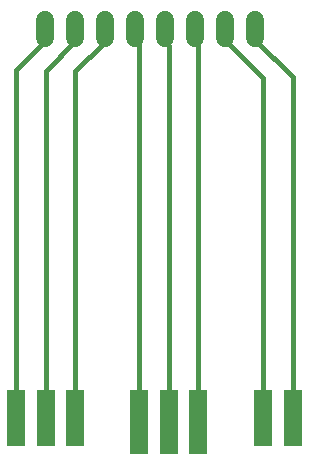
<source format=gbr>
G04 EAGLE Gerber RS-274X export*
G75*
%MOMM*%
%FSLAX34Y34*%
%LPD*%
%INTop Copper*%
%IPPOS*%
%AMOC8*
5,1,8,0,0,1.08239X$1,22.5*%
G01*
%ADD10R,1.500000X4.700000*%
%ADD11R,1.500000X5.500000*%
%ADD12C,1.524000*%
%ADD13C,0.406400*%


D10*
X615950Y77470D03*
X590950Y77470D03*
D11*
X535950Y73470D03*
X510950Y73470D03*
X485950Y73470D03*
D10*
X431950Y77470D03*
X406950Y77470D03*
X381950Y77470D03*
D12*
X584200Y398780D02*
X584200Y414020D01*
X558800Y414020D02*
X558800Y398780D01*
X533400Y398780D02*
X533400Y414020D01*
X508000Y414020D02*
X508000Y398780D01*
X482600Y398780D02*
X482600Y414020D01*
X457200Y414020D02*
X457200Y398780D01*
X431800Y398780D02*
X431800Y414020D01*
X406400Y414020D02*
X406400Y398780D01*
D13*
X510950Y392020D02*
X510950Y73470D01*
X510950Y392020D02*
X508635Y394335D01*
X508000Y394970D02*
X508000Y406400D01*
X508000Y394970D02*
X508635Y394335D01*
X381950Y371790D02*
X381950Y77470D01*
X381950Y371790D02*
X406400Y396240D01*
X406400Y406400D01*
X406950Y371390D02*
X406950Y77470D01*
X406950Y371390D02*
X431800Y396240D01*
X431800Y406400D01*
X431950Y370990D02*
X431950Y77470D01*
X431950Y370990D02*
X455930Y394970D01*
X457200Y396240D02*
X457200Y406400D01*
X457200Y396240D02*
X455930Y394970D01*
X590950Y365360D02*
X590950Y77470D01*
X590950Y365360D02*
X560705Y395605D01*
X558800Y397510D02*
X558800Y406400D01*
X558800Y397510D02*
X560705Y395605D01*
X615950Y365760D02*
X615950Y77470D01*
X615950Y365760D02*
X584200Y397510D01*
X584200Y406400D01*
X485950Y392890D02*
X485950Y73470D01*
X485950Y392890D02*
X482600Y396240D01*
X482600Y406400D01*
X535950Y392420D02*
X535950Y73470D01*
X535950Y392420D02*
X534035Y394335D01*
X533400Y394970D02*
X533400Y406400D01*
X533400Y394970D02*
X534035Y394335D01*
M02*

</source>
